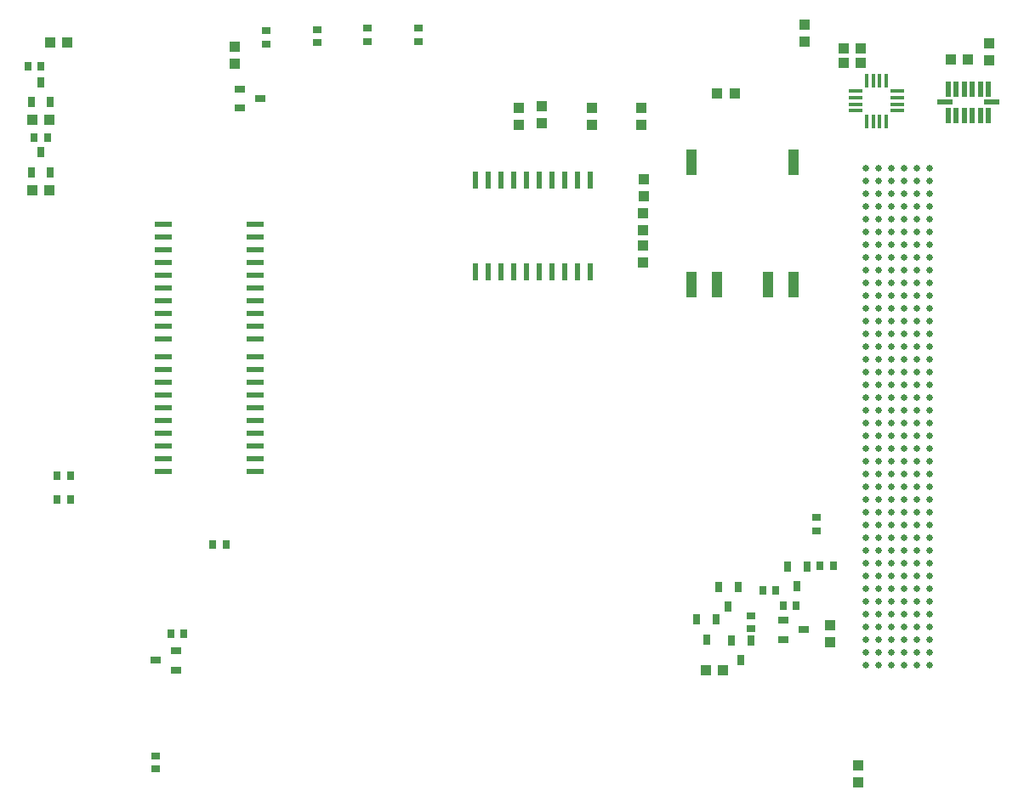
<source format=gtp>
G75*
%MOIN*%
%OFA0B0*%
%FSLAX25Y25*%
%IPPOS*%
%LPD*%
%AMOC8*
5,1,8,0,0,1.08239X$1,22.5*
%
%ADD10C,0.02500*%
%ADD11R,0.03150X0.03843*%
%ADD12R,0.03937X0.10000*%
%ADD13R,0.04331X0.03937*%
%ADD14R,0.03937X0.04331*%
%ADD15R,0.01969X0.06299*%
%ADD16R,0.06299X0.01969*%
%ADD17R,0.01575X0.05512*%
%ADD18R,0.05512X0.01575*%
%ADD19R,0.03843X0.03150*%
%ADD20R,0.03543X0.02756*%
%ADD21R,0.02756X0.03543*%
%ADD22R,0.02362X0.07087*%
%ADD23R,0.07087X0.02362*%
D10*
X0355038Y0060600D03*
X0360038Y0060600D03*
X0365038Y0060600D03*
X0370038Y0060600D03*
X0375038Y0060600D03*
X0380038Y0060600D03*
X0380038Y0065600D03*
X0380038Y0070600D03*
X0375038Y0070600D03*
X0375038Y0065600D03*
X0370038Y0065600D03*
X0370038Y0070600D03*
X0365038Y0070600D03*
X0365038Y0065600D03*
X0360038Y0065600D03*
X0360038Y0070600D03*
X0355038Y0070600D03*
X0355038Y0065600D03*
X0355038Y0075600D03*
X0360038Y0075600D03*
X0365038Y0075600D03*
X0370038Y0075600D03*
X0375038Y0075600D03*
X0380038Y0075600D03*
X0380038Y0080600D03*
X0380038Y0085600D03*
X0375038Y0085600D03*
X0375038Y0080600D03*
X0370038Y0080600D03*
X0370038Y0085600D03*
X0365038Y0085600D03*
X0365038Y0080600D03*
X0360038Y0080600D03*
X0360038Y0085600D03*
X0355038Y0085600D03*
X0355038Y0080600D03*
X0355038Y0090600D03*
X0360038Y0090600D03*
X0365038Y0090600D03*
X0370038Y0090600D03*
X0370038Y0095600D03*
X0365038Y0095600D03*
X0360038Y0095600D03*
X0355038Y0095600D03*
X0355038Y0100600D03*
X0360038Y0100600D03*
X0365038Y0100600D03*
X0370038Y0100600D03*
X0370038Y0105600D03*
X0365038Y0105600D03*
X0360038Y0105600D03*
X0355038Y0105600D03*
X0355038Y0110600D03*
X0360038Y0110600D03*
X0365038Y0110600D03*
X0370038Y0110600D03*
X0370038Y0115600D03*
X0365038Y0115600D03*
X0360038Y0115600D03*
X0355038Y0115600D03*
X0355038Y0120600D03*
X0360038Y0120600D03*
X0365038Y0120600D03*
X0370038Y0120600D03*
X0375038Y0120600D03*
X0380038Y0120600D03*
X0380038Y0115600D03*
X0380038Y0110600D03*
X0375038Y0110600D03*
X0375038Y0115600D03*
X0375038Y0105600D03*
X0380038Y0105600D03*
X0380038Y0100600D03*
X0375038Y0100600D03*
X0375038Y0095600D03*
X0380038Y0095600D03*
X0380038Y0090600D03*
X0375038Y0090600D03*
X0375038Y0125600D03*
X0380038Y0125600D03*
X0380038Y0130600D03*
X0375038Y0130600D03*
X0375038Y0135600D03*
X0380038Y0135600D03*
X0380038Y0140600D03*
X0375038Y0140600D03*
X0375038Y0145600D03*
X0380038Y0145600D03*
X0380038Y0150600D03*
X0375038Y0150600D03*
X0375038Y0155600D03*
X0380038Y0155600D03*
X0380038Y0160600D03*
X0375038Y0160600D03*
X0375038Y0165600D03*
X0380038Y0165600D03*
X0380038Y0170600D03*
X0375038Y0170600D03*
X0375038Y0175600D03*
X0380038Y0175600D03*
X0380038Y0180600D03*
X0380038Y0185600D03*
X0375038Y0185600D03*
X0375038Y0180600D03*
X0370038Y0180600D03*
X0370038Y0185600D03*
X0365038Y0185600D03*
X0365038Y0180600D03*
X0360038Y0180600D03*
X0360038Y0185600D03*
X0355038Y0185600D03*
X0355038Y0180600D03*
X0355038Y0175600D03*
X0360038Y0175600D03*
X0365038Y0175600D03*
X0370038Y0175600D03*
X0370038Y0170600D03*
X0370038Y0165600D03*
X0365038Y0165600D03*
X0365038Y0170600D03*
X0360038Y0170600D03*
X0360038Y0165600D03*
X0355038Y0165600D03*
X0355038Y0170600D03*
X0355038Y0160600D03*
X0360038Y0160600D03*
X0365038Y0160600D03*
X0370038Y0160600D03*
X0370038Y0155600D03*
X0365038Y0155600D03*
X0360038Y0155600D03*
X0355038Y0155600D03*
X0355038Y0150600D03*
X0360038Y0150600D03*
X0365038Y0150600D03*
X0370038Y0150600D03*
X0370038Y0145600D03*
X0365038Y0145600D03*
X0360038Y0145600D03*
X0355038Y0145600D03*
X0355038Y0140600D03*
X0360038Y0140600D03*
X0365038Y0140600D03*
X0370038Y0140600D03*
X0370038Y0135600D03*
X0365038Y0135600D03*
X0360038Y0135600D03*
X0355038Y0135600D03*
X0355038Y0130600D03*
X0360038Y0130600D03*
X0365038Y0130600D03*
X0370038Y0130600D03*
X0370038Y0125600D03*
X0365038Y0125600D03*
X0360038Y0125600D03*
X0355038Y0125600D03*
X0355038Y0190600D03*
X0360038Y0190600D03*
X0365038Y0190600D03*
X0370038Y0190600D03*
X0370038Y0195600D03*
X0365038Y0195600D03*
X0360038Y0195600D03*
X0355038Y0195600D03*
X0355038Y0200600D03*
X0360038Y0200600D03*
X0365038Y0200600D03*
X0370038Y0200600D03*
X0370038Y0205600D03*
X0365038Y0205600D03*
X0360038Y0205600D03*
X0355038Y0205600D03*
X0355038Y0210600D03*
X0360038Y0210600D03*
X0365038Y0210600D03*
X0370038Y0210600D03*
X0370038Y0215600D03*
X0365038Y0215600D03*
X0360038Y0215600D03*
X0355038Y0215600D03*
X0355038Y0220600D03*
X0360038Y0220600D03*
X0365038Y0220600D03*
X0370038Y0220600D03*
X0375038Y0220600D03*
X0380038Y0220600D03*
X0380038Y0215600D03*
X0380038Y0210600D03*
X0375038Y0210600D03*
X0375038Y0215600D03*
X0375038Y0205600D03*
X0380038Y0205600D03*
X0380038Y0200600D03*
X0375038Y0200600D03*
X0375038Y0195600D03*
X0380038Y0195600D03*
X0380038Y0190600D03*
X0375038Y0190600D03*
X0375038Y0225600D03*
X0380038Y0225600D03*
X0380038Y0230600D03*
X0375038Y0230600D03*
X0375038Y0235600D03*
X0380038Y0235600D03*
X0380038Y0240600D03*
X0375038Y0240600D03*
X0375038Y0245600D03*
X0380038Y0245600D03*
X0380038Y0250600D03*
X0375038Y0250600D03*
X0375038Y0255600D03*
X0380038Y0255600D03*
X0370038Y0255600D03*
X0365038Y0255600D03*
X0360038Y0255600D03*
X0355038Y0255600D03*
X0355038Y0250600D03*
X0360038Y0250600D03*
X0365038Y0250600D03*
X0370038Y0250600D03*
X0370038Y0245600D03*
X0365038Y0245600D03*
X0360038Y0245600D03*
X0355038Y0245600D03*
X0355038Y0240600D03*
X0360038Y0240600D03*
X0365038Y0240600D03*
X0370038Y0240600D03*
X0370038Y0235600D03*
X0365038Y0235600D03*
X0360038Y0235600D03*
X0355038Y0235600D03*
X0355038Y0230600D03*
X0360038Y0230600D03*
X0365038Y0230600D03*
X0370038Y0230600D03*
X0370038Y0225600D03*
X0365038Y0225600D03*
X0360038Y0225600D03*
X0355038Y0225600D03*
D11*
X0331778Y0099437D03*
X0324298Y0099437D03*
X0328038Y0091563D03*
X0304778Y0091437D03*
X0297298Y0091437D03*
X0301038Y0083563D03*
X0296153Y0078562D03*
X0288673Y0078562D03*
X0292413Y0070688D03*
X0302298Y0070437D03*
X0309778Y0070437D03*
X0306038Y0062563D03*
X0035278Y0254063D03*
X0027798Y0254063D03*
X0031538Y0261937D03*
X0035278Y0281563D03*
X0027798Y0281563D03*
X0031538Y0289437D03*
D12*
X0286538Y0258000D03*
X0326538Y0258000D03*
X0326538Y0210000D03*
X0316538Y0210000D03*
X0296538Y0210000D03*
X0286538Y0210000D03*
D13*
X0267038Y0272654D03*
X0267038Y0279346D03*
X0247538Y0279346D03*
X0247538Y0272654D03*
X0228038Y0273154D03*
X0228038Y0279846D03*
X0219038Y0279346D03*
X0219038Y0272654D03*
X0296691Y0285000D03*
X0303384Y0285000D03*
X0346191Y0297000D03*
X0346191Y0302500D03*
X0352884Y0302500D03*
X0352884Y0297000D03*
X0388316Y0298125D03*
X0395009Y0298125D03*
X0341038Y0076346D03*
X0341038Y0069654D03*
X0034884Y0247000D03*
X0028191Y0247000D03*
X0028191Y0274500D03*
X0034884Y0274500D03*
D14*
X0035191Y0305000D03*
X0041884Y0305000D03*
X0107538Y0303346D03*
X0107538Y0296654D03*
X0267538Y0237846D03*
X0267538Y0231154D03*
X0267538Y0225346D03*
X0267538Y0218654D03*
X0268038Y0244654D03*
X0268038Y0251346D03*
X0331038Y0305154D03*
X0331038Y0311846D03*
X0403163Y0304721D03*
X0403163Y0298029D03*
X0298884Y0058500D03*
X0292191Y0058500D03*
X0352038Y0021346D03*
X0352038Y0014654D03*
D15*
X0387164Y0276382D03*
X0390313Y0276382D03*
X0393463Y0276382D03*
X0396613Y0276382D03*
X0399762Y0276382D03*
X0402912Y0276382D03*
X0402912Y0286618D03*
X0399762Y0286618D03*
X0396613Y0286618D03*
X0393463Y0286618D03*
X0390313Y0286618D03*
X0387164Y0286618D03*
D16*
X0385983Y0281500D03*
X0404093Y0281500D03*
D17*
X0362876Y0273929D03*
X0360317Y0273929D03*
X0357758Y0273929D03*
X0355199Y0273929D03*
X0355199Y0290071D03*
X0357758Y0290071D03*
X0360317Y0290071D03*
X0362876Y0290071D03*
D18*
X0367109Y0285839D03*
X0367109Y0283280D03*
X0367109Y0280720D03*
X0367109Y0278161D03*
X0350967Y0278161D03*
X0350967Y0280720D03*
X0350967Y0283280D03*
X0350967Y0285839D03*
D19*
X0117475Y0283000D03*
X0109601Y0286740D03*
X0109601Y0279260D03*
X0322601Y0078240D03*
X0330475Y0074500D03*
X0322601Y0070760D03*
X0084475Y0066240D03*
X0084475Y0058760D03*
X0076601Y0062500D03*
D20*
X0076538Y0019941D03*
X0076538Y0025059D03*
X0310038Y0074941D03*
X0310038Y0080059D03*
X0335538Y0113441D03*
X0335538Y0118559D03*
X0179538Y0305441D03*
X0179538Y0310559D03*
X0159538Y0310559D03*
X0159538Y0305441D03*
X0140038Y0304941D03*
X0140038Y0310059D03*
X0120038Y0309559D03*
X0120038Y0304441D03*
D21*
X0034097Y0267500D03*
X0028979Y0267500D03*
X0026479Y0295500D03*
X0031597Y0295500D03*
X0037979Y0135000D03*
X0043097Y0135000D03*
X0043097Y0125500D03*
X0037979Y0125500D03*
X0098979Y0108000D03*
X0104097Y0108000D03*
X0087597Y0073000D03*
X0082479Y0073000D03*
X0314479Y0090000D03*
X0319597Y0090000D03*
X0322479Y0084000D03*
X0327597Y0084000D03*
X0336979Y0099500D03*
X0342097Y0099500D03*
D22*
X0247038Y0214890D03*
X0242038Y0214890D03*
X0237038Y0214890D03*
X0232038Y0214890D03*
X0227038Y0214890D03*
X0222038Y0214890D03*
X0217038Y0214890D03*
X0212038Y0214890D03*
X0207038Y0214890D03*
X0202038Y0214890D03*
X0202038Y0251110D03*
X0207038Y0251110D03*
X0212038Y0251110D03*
X0217038Y0251110D03*
X0222038Y0251110D03*
X0227038Y0251110D03*
X0232038Y0251110D03*
X0237038Y0251110D03*
X0242038Y0251110D03*
X0247038Y0251110D03*
D23*
X0115648Y0233500D03*
X0115648Y0228500D03*
X0115648Y0223500D03*
X0115648Y0218500D03*
X0115648Y0213500D03*
X0115648Y0208500D03*
X0115648Y0203500D03*
X0115648Y0198500D03*
X0115648Y0193500D03*
X0115648Y0188500D03*
X0115648Y0181500D03*
X0115648Y0176500D03*
X0115648Y0171500D03*
X0115648Y0166500D03*
X0115648Y0161500D03*
X0115648Y0156500D03*
X0115648Y0151500D03*
X0115648Y0146500D03*
X0115648Y0141500D03*
X0115648Y0136500D03*
X0079428Y0136500D03*
X0079428Y0141500D03*
X0079428Y0146500D03*
X0079428Y0151500D03*
X0079428Y0156500D03*
X0079428Y0161500D03*
X0079428Y0166500D03*
X0079428Y0171500D03*
X0079428Y0176500D03*
X0079428Y0181500D03*
X0079428Y0188500D03*
X0079428Y0193500D03*
X0079428Y0198500D03*
X0079428Y0203500D03*
X0079428Y0208500D03*
X0079428Y0213500D03*
X0079428Y0218500D03*
X0079428Y0223500D03*
X0079428Y0228500D03*
X0079428Y0233500D03*
M02*

</source>
